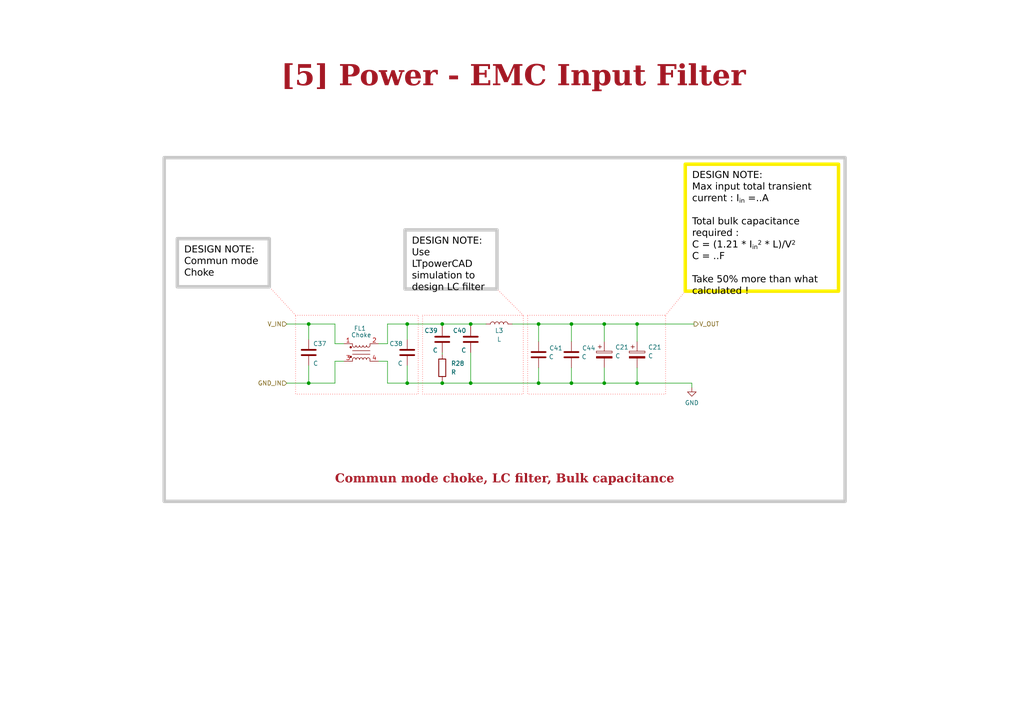
<source format=kicad_sch>
(kicad_sch (version 20230121) (generator eeschema)
  (paper "A4")
  (title_block (title "Sheet Title B") (date "Last Modified Date") (rev "${REVISION}") (company "${COMPANY}"))
  (lib_symbols
    (symbol "Device:C" (pin_numbers hide) (pin_names (offset 0.254))
      (property "Reference" "C" (at 0.635 2.54 0))
      (property "Value" "C" (at 0.635 -2.54 0))
      (symbol "C_0_1"
        (polyline (pts (xy -2.032 -0.762) (xy 2.032 -0.762)) (stroke (width 0.508)))
        (polyline (pts (xy -2.032 0.762) (xy 2.032 0.762)) (stroke (width 0.508)))
      )
      (symbol "C_1_1"
        (pin passive line (at 0 3.81 270) (length 2.794) (name "~") (number "1"))
        (pin passive line (at 0 -3.81 90) (length 2.794) (name "~") (number "2"))
      )
    )
    (symbol "Device:C_Polarized" (pin_numbers hide) (pin_names (offset 0.254))
      (property "Reference" "C" (at 0.635 2.54 0))
      (property "Value" "C_Polarized" (at 0.635 -2.54 0))
      (symbol "C_Polarized_0_1"
        (rectangle (start -2.286 0.508) (end 2.286 1.016))
        (polyline (pts (xy -1.778 2.286) (xy -0.762 2.286)))
        (polyline (pts (xy -1.27 2.794) (xy -1.27 1.778)))
        (rectangle (start 2.286 -0.508) (end -2.286 -1.016) (fill (type outline)))
      )
      (symbol "C_Polarized_1_1"
        (pin passive line (at 0 3.81 270) (length 2.794) (name "~") (number "1"))
        (pin passive line (at 0 -3.81 90) (length 2.794) (name "~") (number "2"))
      )
    )
    (symbol "Device:L" (pin_numbers hide) (pin_names (offset 1.016) hide)
      (property "Reference" "L" (at -1.27 0 90))
      (property "Value" "L" (at 1.905 0 90))
      (symbol "L_0_1"
        (arc (start 0 -2.54) (mid 0.6323 -1.905) (end 0 -1.27))
        (arc (start 0 -1.27) (mid 0.6323 -0.635) (end 0 0))
        (arc (start 0 0) (mid 0.6323 0.635) (end 0 1.27))
        (arc (start 0 1.27) (mid 0.6323 1.905) (end 0 2.54))
      )
      (symbol "L_1_1"
        (pin passive line (at 0 3.81 270) (length 1.27) (name "1") (number "1"))
        (pin passive line (at 0 -3.81 90) (length 1.27) (name "2") (number "2"))
      )
    )
    (symbol "Device:R" (pin_numbers hide) (pin_names (offset 0))
      (property "Reference" "R" (at 2.032 0 90))
      (property "Value" "R" (at 0 0 90))
      (symbol "R_0_1"
        (rectangle (start -1.016 -2.54) (end 1.016 2.54) (stroke (width 0.254)))
      )
      (symbol "R_1_1"
        (pin passive line (at 0 3.81 270) (length 1.27) (name "~") (number "1"))
        (pin passive line (at 0 -3.81 90) (length 1.27) (name "~") (number "2"))
      )
    )
    (symbol "Filter:Choke_Schaffner_RN102-0.3-02-12M" (pin_names hide)
      (property "Reference" "FL" (at 0 5.08 0))
      (property "Value" "Choke_Schaffner_RN102-0.3-02-12M" (at 0 -5.08 0))
      (symbol "Choke_Schaffner_RN102-0.3-02-12M_1_1"
        (circle (center -3.048 -1.27) (radius 0.254) (fill (type outline)))
        (circle (center -3.048 1.524) (radius 0.254) (fill (type outline)))
        (arc (start -2.54 2.032) (mid -2.032 1.5262) (end -1.524 2.032))
        (arc (start -1.524 -2.032) (mid -2.032 -1.5262) (end -2.54 -2.032))
        (arc (start -1.524 2.032) (mid -1.016 1.5262) (end -0.508 2.032))
        (arc (start -0.508 -2.032) (mid -1.016 -1.5262) (end -1.524 -2.032))
        (arc (start -0.508 2.032) (mid 0 1.5262) (end 0.508 2.032))
        (polyline (pts (xy -2.54 -2.032) (xy -2.54 -2.54)))
        (polyline (pts (xy -2.54 0.508) (xy 2.54 0.508)))
        (polyline (pts (xy -2.54 2.032) (xy -2.54 2.54)))
        (polyline (pts (xy 2.54 -2.032) (xy 2.54 -2.54)))
        (polyline (pts (xy 2.54 -0.508) (xy -2.54 -0.508)))
        (polyline (pts (xy 2.54 2.54) (xy 2.54 2.032)))
        (arc (start 0.508 -2.032) (mid 0 -1.5262) (end -0.508 -2.032))
        (arc (start 0.508 2.032) (mid 1.016 1.5262) (end 1.524 2.032))
        (arc (start 1.524 -2.032) (mid 1.016 -1.5262) (end 0.508 -2.032))
        (arc (start 1.524 2.032) (mid 2.032 1.5262) (end 2.54 2.032))
        (arc (start 2.54 -2.032) (mid 2.032 -1.5262) (end 1.524 -2.032))
        (pin passive line (at -5.08 2.54 0) (length 2.54) (name "1") (number "1"))
        (pin passive line (at 5.08 2.54 180) (length 2.54) (name "2") (number "2"))
        (pin passive line (at -5.08 -2.54 0) (length 2.54) (name "3") (number "3"))
        (pin passive line (at 5.08 -2.54 180) (length 2.54) (name "4") (number "4"))
      )
    )
    (symbol "power:GND" (power) (pin_names (offset 0))
      (property "Value" "GND" (at 0 -3.81 0))
      (symbol "GND_0_1"
        (polyline (pts (xy 0 0) (xy 0 -1.27) (xy 1.27 -1.27) (xy 0 -2.54) (xy -1.27 -1.27) (xy 0 -1.27)))
      )
      (symbol "GND_1_1"
        (pin power_in line (at 0 0 270) (length 0) hide (name "GND") (number "1"))
      )
    )
  )
  (junction (at 175.26 111.125))
  (junction (at 175.26 93.98))
  (junction (at 128.27 93.98))
  (junction (at 89.535 111.125))
  (junction (at 165.735 111.125))
  (junction (at 156.21 111.125))
  (junction (at 136.525 93.98))
  (junction (at 184.785 111.125))
  (junction (at 156.21 93.98))
  (junction (at 118.11 111.125))
  (junction (at 128.27 111.125))
  (junction (at 118.11 93.98))
  (junction (at 136.525 111.125))
  (junction (at 184.785 93.98))
  (junction (at 165.735 93.98))
  (junction (at 89.535 93.98))
  (wire (pts (xy 118.11 111.125) (xy 112.395 111.125)))
  (wire (pts (xy 89.535 111.125) (xy 97.155 111.125)))
  (wire (pts (xy 118.11 93.98) (xy 128.27 93.98)))
  (wire (pts (xy 136.525 102.235) (xy 136.525 111.125)))
  (wire (pts (xy 184.785 106.68) (xy 184.785 111.125)))
  (wire (pts (xy 156.21 93.98) (xy 156.21 99.06)))
  (wire (pts (xy 184.785 93.98) (xy 201.295 93.98)))
  (wire (pts (xy 175.26 99.06) (xy 175.26 93.98)))
  (wire (pts (xy 165.735 93.98) (xy 165.735 99.06)))
  (wire (pts (xy 112.395 99.695) (xy 109.855 99.695)))
  (wire (pts (xy 128.27 110.49) (xy 128.27 111.125)))
  (wire (pts (xy 128.27 94.615) (xy 128.27 93.98)))
  (wire (pts (xy 112.395 104.775) (xy 112.395 111.125)))
  (wire (pts (xy 148.59 93.98) (xy 156.21 93.98)))
  (wire (pts (xy 136.525 93.98) (xy 128.27 93.98)))
  (wire (pts (xy 118.11 93.98) (xy 112.395 93.98)))
  (polyline (pts (xy 151.765 91.44) (xy 144.145 83.82)) (stroke (width 0) (type dot) (color 255 0 0 1)))
  (wire (pts (xy 128.27 102.235) (xy 128.27 102.87)))
  (wire (pts (xy 165.735 111.125) (xy 175.26 111.125)))
  (wire (pts (xy 156.21 111.125) (xy 165.735 111.125)))
  (polyline (pts (xy 193.04 91.44) (xy 198.755 84.455)) (stroke (width 0) (type dot) (color 255 0 0 1)))
  (wire (pts (xy 184.785 99.06) (xy 184.785 93.98)))
  (wire (pts (xy 156.21 93.98) (xy 165.735 93.98)))
  (wire (pts (xy 118.11 98.425) (xy 118.11 93.98)))
  (polyline (pts (xy 85.725 91.44) (xy 78.105 83.185)) (stroke (width 0) (type dot) (color 255 0 0 1)))
  (wire (pts (xy 112.395 93.98) (xy 112.395 99.695)))
  (wire (pts (xy 136.525 111.125) (xy 156.21 111.125)))
  (wire (pts (xy 97.155 99.695) (xy 99.695 99.695)))
  (wire (pts (xy 165.735 93.98) (xy 175.26 93.98)))
  (wire (pts (xy 89.535 106.045) (xy 89.535 111.125)))
  (wire (pts (xy 175.26 106.68) (xy 175.26 111.125)))
  (wire (pts (xy 118.11 106.045) (xy 118.11 111.125)))
  (wire (pts (xy 136.525 93.98) (xy 140.97 93.98)))
  (wire (pts (xy 89.535 93.98) (xy 83.185 93.98)))
  (wire (pts (xy 175.26 93.98) (xy 184.785 93.98)))
  (wire (pts (xy 83.185 111.125) (xy 89.535 111.125)))
  (wire (pts (xy 136.525 94.615) (xy 136.525 93.98)))
  (wire (pts (xy 156.21 106.68) (xy 156.21 111.125)))
  (wire (pts (xy 112.395 104.775) (xy 109.855 104.775)))
  (wire (pts (xy 89.535 93.98) (xy 97.155 93.98)))
  (wire (pts (xy 97.155 93.98) (xy 97.155 99.695)))
  (wire (pts (xy 175.26 111.125) (xy 184.785 111.125)))
  (wire (pts (xy 97.155 104.775) (xy 99.695 104.775)))
  (wire (pts (xy 184.785 111.125) (xy 200.66 111.125)))
  (wire (pts (xy 136.525 111.125) (xy 128.27 111.125)))
  (wire (pts (xy 118.11 111.125) (xy 128.27 111.125)))
  (wire (pts (xy 89.535 98.425) (xy 89.535 93.98)))
  (wire (pts (xy 165.735 106.68) (xy 165.735 111.125)))
  (wire (pts (xy 97.155 104.775) (xy 97.155 111.125)))
  (wire (pts (xy 200.66 111.125) (xy 200.66 112.395)))
  (rectangle (start 122.555 91.44) (end 151.765 114.3) (stroke (width 0) (type dot) (color 255 0 0 1)))
  (rectangle (start 47.625 45.72) (end 245.11 145.415) (stroke (width 1) (color 200 200 200 1)))
  (rectangle (start 153.035 91.44) (end 193.04 114.3) (stroke (width 0) (type dot) (color 255 0 0 1)))
  (rectangle (start 85.725 91.44) (end 121.285 114.3) (stroke (width 0) (type dot) (color 255 0 0 1)))
  (text_box "Commun mode choke, LC filter, Bulk capacitance" (at 48.26 135.255 0) (size 196.215 6.985) (stroke (width -0.0001)) (effects (font (size 2.54 2.54) (thickness 0.508) bold) (justify bottom)))
  (text_box "DESIGN NOTE:\nUse LTpowerCAD simulation to design LC filter" (at 117.475 66.675 0) (size 26.67 17.145) (stroke (width 1) (color 200 200 200 1)) (effects (font (size 2 2)) (justify left top)))
  (text_box "DESIGN NOTE:\nCommun mode Choke \n" (at 51.435 69.215 0) (size 26.67 13.97) (stroke (width 1) (color 200 200 200 1)) (effects (font (size 2 2)) (justify left top)))
  (text_box "[5] Power - EMC Input Filter" (at 12.065 15.875 0) (size 273.685 12.7) (stroke (width -0.0001)) (effects (font (size 6 6) (thickness 1.2) bold)))
  (text_box "DESIGN NOTE:\nMax input total transient current : I_{in} =..A\n\nTotal bulk capacitance required :\nC = (1.21 * I_{in}^{2} * L)/V^{2}\nC = ..F\n\nTake 50% more than what calculated !\n" (at 198.755 47.625 0) (size 44.45 36.83) (stroke (width 1) (color 250 236 0 1)) (effects (font (size 2 2)) (justify left top)))
  (hierarchical_label "V_IN" (shape input) (at 83.185 93.98 180))
  (hierarchical_label "GND_IN" (shape input) (at 83.185 111.125 180))
  (hierarchical_label "V_OUT" (shape output) (at 201.295 93.98 0))
  (symbol (lib_id "Device:C") (at 165.735 102.87 0) (mirror y) (unit 1)
    (property "Reference" "C44" (at 172.72 100.965 0) (effects (justify left)))
    (property "Value" "C" (at 170.18 103.505 0) (effects (justify left)))
  )
  (symbol (lib_id "Device:L") (at 144.78 93.98 90) (unit 1)
    (property "Reference" "L3" (at 144.78 95.885 90))
    (property "Value" "L" (at 144.78 98.425 90))
  )
  (symbol (lib_id "Filter:Choke_Schaffner_RN102-0.3-02-12M") (at 104.775 102.235 0) (unit 1)
    (property "Reference" "FL1" (at 104.394 95.25 0))
    (property "Value" "Choke" (at 104.775 97.155 0))
  )
  (symbol (lib_id "Device:C") (at 156.21 102.87 0) (mirror y) (unit 1)
    (property "Reference" "C41" (at 163.195 100.965 0) (effects (justify left)))
    (property "Value" "C" (at 160.655 103.505 0) (effects (justify left)))
  )
  (symbol (lib_id "Device:C") (at 136.525 98.425 0) (mirror y) (unit 1)
    (property "Reference" "C40" (at 135.255 95.885 0) (effects (justify left)))
    (property "Value" "C" (at 135.255 101.6 0) (effects (justify left)))
  )
  (symbol (lib_id "Device:C") (at 118.11 102.235 0) (mirror y) (unit 1)
    (property "Reference" "C38" (at 116.84 99.695 0) (effects (justify left)))
    (property "Value" "C" (at 116.84 105.41 0) (effects (justify left)))
  )
  (symbol (lib_id "Device:C") (at 128.27 98.425 0) (mirror y) (unit 1)
    (property "Reference" "C39" (at 127 95.885 0) (effects (justify left)))
    (property "Value" "C" (at 127 101.6 0) (effects (justify left)))
  )
  (symbol (lib_id "Device:C_Polarized") (at 184.785 102.87 0) (unit 1)
    (property "Reference" "C21" (at 187.96 100.711 0) (effects (justify left)))
    (property "Value" "C" (at 187.96 103.251 0) (effects (justify left)))
    (instances (project "SMPS_legged_robot_module" (path "" (reference "C21") (unit 1)) (path "" (reference "C43") (unit 1))))
  )
  (symbol (lib_id "Device:C_Polarized") (at 175.26 102.87 0) (unit 1)
    (property "Reference" "C21" (at 178.435 100.711 0) (effects (justify left)))
    (property "Value" "C" (at 178.435 103.251 0) (effects (justify left)))
    (instances (project "SMPS_legged_robot_module" (path "" (reference "C21") (unit 1)) (path "" (reference "C42") (unit 1))))
  )
  (symbol (lib_id "power:GND") (at 200.66 112.395 0) (unit 1)
    (property "Reference" "#PWR019" (effects hide))
    (property "Value" "GND" (at 200.66 116.84 0))
  )
  (symbol (lib_id "Device:R") (at 128.27 106.68 0) (unit 1)
    (property "Reference" "R28" (at 130.81 105.41 0) (effects (justify left)))
    (property "Value" "R" (at 130.81 107.95 0) (effects (justify left)))
  )
  (symbol (lib_id "Device:C") (at 89.535 102.235 0) (unit 1)
    (property "Reference" "C37" (at 90.805 99.695 0) (effects (justify left)))
    (property "Value" "C" (at 90.805 105.41 0) (effects (justify left)))
  )
)
</source>
